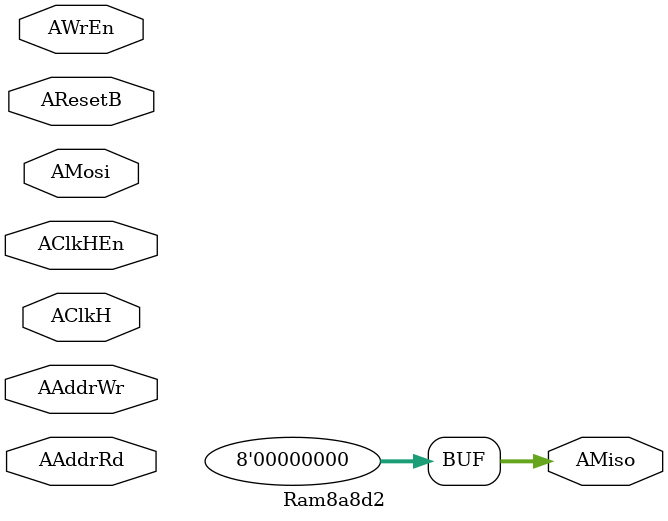
<source format=v>
module Ram8a8d2
 (
  input AClkH, AResetB, AClkHEn,  
  input [7:0] AAddrWr, AAddrRd,
  input [7:0] AMosi, output [7:0] AMiso,
  input AWrEn
 );


  /*blk_mem_gen_v8_4_4 #(
    .C_FAMILY("spartan7"),
    .C_XDEVICEFAMILY("spartan7"),
    .C_ELABORATION_DIR("./"),
    .C_INTERFACE_TYPE(0),
    .C_AXI_TYPE(1),
    .C_AXI_SLAVE_TYPE(0),
    .C_USE_BRAM_BLOCK(0),
    .C_ENABLE_32BIT_ADDRESS(0),
    .C_CTRL_ECC_ALGO("NONE"),
    .C_HAS_AXI_ID(0),
    .C_AXI_ID_WIDTH(4),
    .C_MEM_TYPE(1),
    .C_BYTE_SIZE(9),
    .C_ALGORITHM(1),
    .C_PRIM_TYPE(1),
    .C_LOAD_INIT_FILE(0),
    .C_INIT_FILE_NAME("no_coe_file_loaded"),
    .C_INIT_FILE("Ram8a8d2_A.mem"),
    .C_USE_DEFAULT_DATA(0),
    .C_DEFAULT_DATA("0"),
    .C_HAS_RSTA(0),
    .C_RST_PRIORITY_A("CE"),
    .C_RSTRAM_A(0),
    .C_INITA_VAL("0"),
    .C_HAS_ENA(1),
    .C_HAS_REGCEA(0),
    .C_USE_BYTE_WEA(0),
    .C_WEA_WIDTH(1),
    .C_WRITE_MODE_A("NO_CHANGE"),
    .C_WRITE_WIDTH_A(8),
    .C_READ_WIDTH_A(8),
    .C_WRITE_DEPTH_A(256),
    .C_READ_DEPTH_A(256),
    .C_ADDRA_WIDTH(8),
    .C_HAS_RSTB(0),
    .C_RST_PRIORITY_B("CE"),
    .C_RSTRAM_B(0),
    .C_INITB_VAL("0"),
    .C_HAS_ENB(1),
    .C_HAS_REGCEB(0),
    .C_USE_BYTE_WEB(0),
    .C_WEB_WIDTH(1),
    .C_WRITE_MODE_B("READ_FIRST"),
    .C_WRITE_WIDTH_B(8),
    .C_READ_WIDTH_B(8),
    .C_WRITE_DEPTH_B(256),
    .C_READ_DEPTH_B(256),
    .C_ADDRB_WIDTH(8),
    .C_HAS_MEM_OUTPUT_REGS_A(0),
    .C_HAS_MEM_OUTPUT_REGS_B(0),
    .C_HAS_MUX_OUTPUT_REGS_A(0),
    .C_HAS_MUX_OUTPUT_REGS_B(0),
    .C_MUX_PIPELINE_STAGES(0),
    .C_HAS_SOFTECC_INPUT_REGS_A(0),
    .C_HAS_SOFTECC_OUTPUT_REGS_B(0),
    .C_USE_SOFTECC(0),
    .C_USE_ECC(0),
    .C_EN_ECC_PIPE(0),
    .C_READ_LATENCY_A(1),
    .C_READ_LATENCY_B(1),
    .C_HAS_INJECTERR(0),
    .C_SIM_COLLISION_CHECK("ALL"),
    .C_COMMON_CLK(1),
    .C_DISABLE_WARN_BHV_COLL(0),
    .C_EN_SLEEP_PIN(0),
    .C_USE_URAM(0),
    .C_EN_RDADDRA_CHG(0),
    .C_EN_RDADDRB_CHG(0),
    .C_EN_DEEPSLEEP_PIN(0),
    .C_EN_SHUTDOWN_PIN(0),
    .C_EN_SAFETY_CKT(0),
    .C_DISABLE_WARN_BHV_RANGE(0),
    .C_COUNT_36K_BRAM("0"),
    .C_COUNT_18K_BRAM("1"),
    .C_EST_POWER_SUMMARY("Estimated Power for IP     :     2.68455 mW")
  ) inst (
    .clka(AClkH),
    .rsta(1'D0),
    .ena(1'b1),
    .regcea(1'D0),
    .wea(AWrEn),
    .addra(AAddrWr),
    .dina(AMosi),
    .douta(),
    .clkb(AClkH),
    .rstb(1'D0),
    .enb(1'b1),
    .regceb(1'D0),
    .web(1'B0),
    .addrb(AAddrRd),
    .dinb(8'B0),
    .doutb(AMiso),
    .injectsbiterr(1'D0),
    .injectdbiterr(1'D0),
    .eccpipece(1'D0),
    .sbiterr(),
    .dbiterr(),
    .rdaddrecc(),
    .sleep(1'D0),
    .deepsleep(1'D0),
    .shutdown(1'D0),
    .rsta_busy(),
    .rstb_busy(),
    .s_aclk(1'H0),
    .s_aresetn(1'D0),
    .s_axi_awid(4'B0),
    .s_axi_awaddr(32'B0),
    .s_axi_awlen(8'B0),
    .s_axi_awsize(3'B0),
    .s_axi_awburst(2'B0),
    .s_axi_awvalid(1'D0),
    .s_axi_awready(),
    .s_axi_wdata(8'B0),
    .s_axi_wstrb(1'B0),
    .s_axi_wlast(1'D0),
    .s_axi_wvalid(1'D0),
    .s_axi_wready(),
    .s_axi_bid(),
    .s_axi_bresp(),
    .s_axi_bvalid(),
    .s_axi_bready(1'D0),
    .s_axi_arid(4'B0),
    .s_axi_araddr(32'B0),
    .s_axi_arlen(8'B0),
    .s_axi_arsize(3'B0),
    .s_axi_arburst(2'B0),
    .s_axi_arvalid(1'D0),
    .s_axi_arready(),
    .s_axi_rid(),
    .s_axi_rdata(),
    .s_axi_rresp(),
    .s_axi_rlast(),
    .s_axi_rvalid(),
    .s_axi_rready(1'D0),
    .s_axi_injectsbiterr(1'D0),
    .s_axi_injectdbiterr(1'D0),
    .s_axi_sbiterr(),
    .s_axi_dbiterr(),
    .s_axi_rdaddrecc()
  );*/

 assign AMiso = 8'h0;

endmodule


</source>
